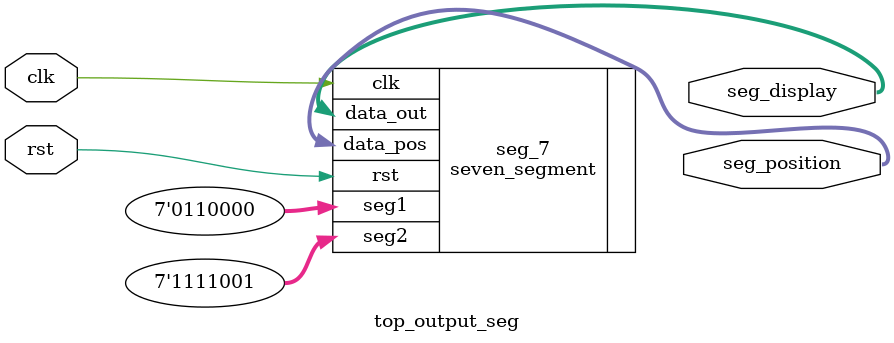
<source format=v>
module top_output_seg(
    input clk, rst,
    output [7-1:0] seg_display,
    output [8-1:0] seg_position
);

wire [14-1:0] seg;

seven_segment seg_7(.clk(clk), .rst(rst), .seg1(7'b0110000),. seg2(7'b1111001),
.data_out(seg_display), .data_pos(seg_position));

endmodule
</source>
